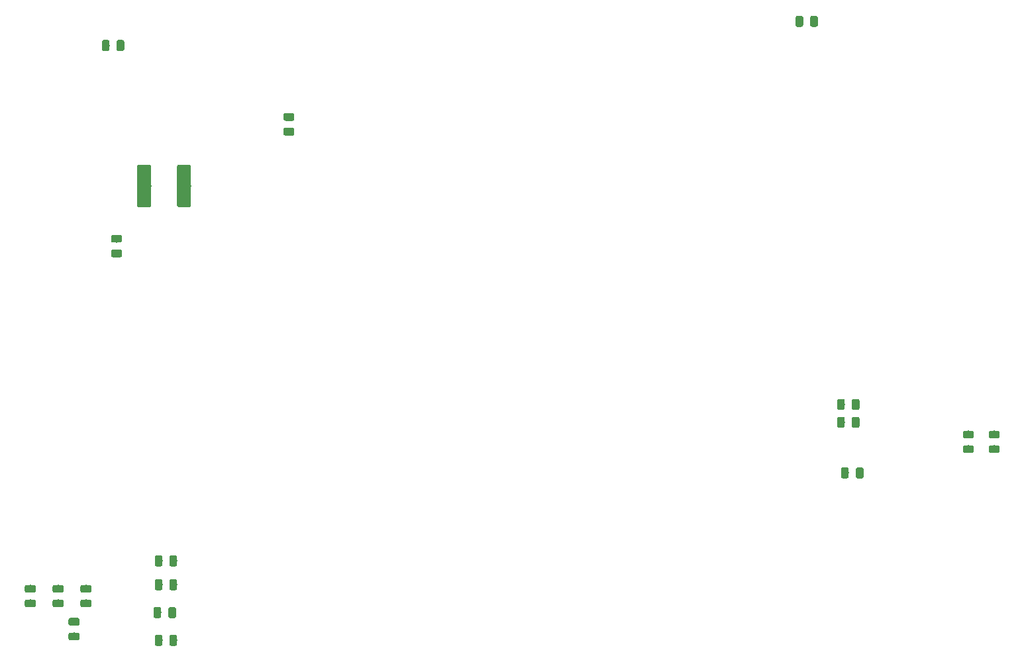
<source format=gbr>
G04 #@! TF.GenerationSoftware,KiCad,Pcbnew,(5.1.4)-1*
G04 #@! TF.CreationDate,2019-11-07T18:39:05-06:00*
G04 #@! TF.ProjectId,_autosave-_autosave-BPS-Nucleo,5f617574-6f73-4617-9665-2d5f6175746f,rev?*
G04 #@! TF.SameCoordinates,Original*
G04 #@! TF.FileFunction,Paste,Bot*
G04 #@! TF.FilePolarity,Positive*
%FSLAX46Y46*%
G04 Gerber Fmt 4.6, Leading zero omitted, Abs format (unit mm)*
G04 Created by KiCad (PCBNEW (5.1.4)-1) date 2019-11-07 18:39:05*
%MOMM*%
%LPD*%
G04 APERTURE LIST*
%ADD10C,0.100000*%
%ADD11C,0.975000*%
%ADD12C,1.800000*%
G04 APERTURE END LIST*
D10*
G36*
X201473742Y-118292554D02*
G01*
X201497403Y-118296064D01*
X201520607Y-118301876D01*
X201543129Y-118309934D01*
X201564753Y-118320162D01*
X201585270Y-118332459D01*
X201604483Y-118346709D01*
X201622207Y-118362773D01*
X201638271Y-118380497D01*
X201652521Y-118399710D01*
X201664818Y-118420227D01*
X201675046Y-118441851D01*
X201683104Y-118464373D01*
X201688916Y-118487577D01*
X201692426Y-118511238D01*
X201693600Y-118535130D01*
X201693600Y-119447630D01*
X201692426Y-119471522D01*
X201688916Y-119495183D01*
X201683104Y-119518387D01*
X201675046Y-119540909D01*
X201664818Y-119562533D01*
X201652521Y-119583050D01*
X201638271Y-119602263D01*
X201622207Y-119619987D01*
X201604483Y-119636051D01*
X201585270Y-119650301D01*
X201564753Y-119662598D01*
X201543129Y-119672826D01*
X201520607Y-119680884D01*
X201497403Y-119686696D01*
X201473742Y-119690206D01*
X201449850Y-119691380D01*
X200962350Y-119691380D01*
X200938458Y-119690206D01*
X200914797Y-119686696D01*
X200891593Y-119680884D01*
X200869071Y-119672826D01*
X200847447Y-119662598D01*
X200826930Y-119650301D01*
X200807717Y-119636051D01*
X200789993Y-119619987D01*
X200773929Y-119602263D01*
X200759679Y-119583050D01*
X200747382Y-119562533D01*
X200737154Y-119540909D01*
X200729096Y-119518387D01*
X200723284Y-119495183D01*
X200719774Y-119471522D01*
X200718600Y-119447630D01*
X200718600Y-118535130D01*
X200719774Y-118511238D01*
X200723284Y-118487577D01*
X200729096Y-118464373D01*
X200737154Y-118441851D01*
X200747382Y-118420227D01*
X200759679Y-118399710D01*
X200773929Y-118380497D01*
X200789993Y-118362773D01*
X200807717Y-118346709D01*
X200826930Y-118332459D01*
X200847447Y-118320162D01*
X200869071Y-118309934D01*
X200891593Y-118301876D01*
X200914797Y-118296064D01*
X200938458Y-118292554D01*
X200962350Y-118291380D01*
X201449850Y-118291380D01*
X201473742Y-118292554D01*
X201473742Y-118292554D01*
G37*
D11*
X201206100Y-118991380D03*
D10*
G36*
X203348742Y-118292554D02*
G01*
X203372403Y-118296064D01*
X203395607Y-118301876D01*
X203418129Y-118309934D01*
X203439753Y-118320162D01*
X203460270Y-118332459D01*
X203479483Y-118346709D01*
X203497207Y-118362773D01*
X203513271Y-118380497D01*
X203527521Y-118399710D01*
X203539818Y-118420227D01*
X203550046Y-118441851D01*
X203558104Y-118464373D01*
X203563916Y-118487577D01*
X203567426Y-118511238D01*
X203568600Y-118535130D01*
X203568600Y-119447630D01*
X203567426Y-119471522D01*
X203563916Y-119495183D01*
X203558104Y-119518387D01*
X203550046Y-119540909D01*
X203539818Y-119562533D01*
X203527521Y-119583050D01*
X203513271Y-119602263D01*
X203497207Y-119619987D01*
X203479483Y-119636051D01*
X203460270Y-119650301D01*
X203439753Y-119662598D01*
X203418129Y-119672826D01*
X203395607Y-119680884D01*
X203372403Y-119686696D01*
X203348742Y-119690206D01*
X203324850Y-119691380D01*
X202837350Y-119691380D01*
X202813458Y-119690206D01*
X202789797Y-119686696D01*
X202766593Y-119680884D01*
X202744071Y-119672826D01*
X202722447Y-119662598D01*
X202701930Y-119650301D01*
X202682717Y-119636051D01*
X202664993Y-119619987D01*
X202648929Y-119602263D01*
X202634679Y-119583050D01*
X202622382Y-119562533D01*
X202612154Y-119540909D01*
X202604096Y-119518387D01*
X202598284Y-119495183D01*
X202594774Y-119471522D01*
X202593600Y-119447630D01*
X202593600Y-118535130D01*
X202594774Y-118511238D01*
X202598284Y-118487577D01*
X202604096Y-118464373D01*
X202612154Y-118441851D01*
X202622382Y-118420227D01*
X202634679Y-118399710D01*
X202648929Y-118380497D01*
X202664993Y-118362773D01*
X202682717Y-118346709D01*
X202701930Y-118332459D01*
X202722447Y-118320162D01*
X202744071Y-118309934D01*
X202766593Y-118301876D01*
X202789797Y-118296064D01*
X202813458Y-118292554D01*
X202837350Y-118291380D01*
X203324850Y-118291380D01*
X203348742Y-118292554D01*
X203348742Y-118292554D01*
G37*
D11*
X203081100Y-118991380D03*
D10*
G36*
X200965742Y-111815554D02*
G01*
X200989403Y-111819064D01*
X201012607Y-111824876D01*
X201035129Y-111832934D01*
X201056753Y-111843162D01*
X201077270Y-111855459D01*
X201096483Y-111869709D01*
X201114207Y-111885773D01*
X201130271Y-111903497D01*
X201144521Y-111922710D01*
X201156818Y-111943227D01*
X201167046Y-111964851D01*
X201175104Y-111987373D01*
X201180916Y-112010577D01*
X201184426Y-112034238D01*
X201185600Y-112058130D01*
X201185600Y-112970630D01*
X201184426Y-112994522D01*
X201180916Y-113018183D01*
X201175104Y-113041387D01*
X201167046Y-113063909D01*
X201156818Y-113085533D01*
X201144521Y-113106050D01*
X201130271Y-113125263D01*
X201114207Y-113142987D01*
X201096483Y-113159051D01*
X201077270Y-113173301D01*
X201056753Y-113185598D01*
X201035129Y-113195826D01*
X201012607Y-113203884D01*
X200989403Y-113209696D01*
X200965742Y-113213206D01*
X200941850Y-113214380D01*
X200454350Y-113214380D01*
X200430458Y-113213206D01*
X200406797Y-113209696D01*
X200383593Y-113203884D01*
X200361071Y-113195826D01*
X200339447Y-113185598D01*
X200318930Y-113173301D01*
X200299717Y-113159051D01*
X200281993Y-113142987D01*
X200265929Y-113125263D01*
X200251679Y-113106050D01*
X200239382Y-113085533D01*
X200229154Y-113063909D01*
X200221096Y-113041387D01*
X200215284Y-113018183D01*
X200211774Y-112994522D01*
X200210600Y-112970630D01*
X200210600Y-112058130D01*
X200211774Y-112034238D01*
X200215284Y-112010577D01*
X200221096Y-111987373D01*
X200229154Y-111964851D01*
X200239382Y-111943227D01*
X200251679Y-111922710D01*
X200265929Y-111903497D01*
X200281993Y-111885773D01*
X200299717Y-111869709D01*
X200318930Y-111855459D01*
X200339447Y-111843162D01*
X200361071Y-111832934D01*
X200383593Y-111824876D01*
X200406797Y-111819064D01*
X200430458Y-111815554D01*
X200454350Y-111814380D01*
X200941850Y-111814380D01*
X200965742Y-111815554D01*
X200965742Y-111815554D01*
G37*
D11*
X200698100Y-112514380D03*
D10*
G36*
X202840742Y-111815554D02*
G01*
X202864403Y-111819064D01*
X202887607Y-111824876D01*
X202910129Y-111832934D01*
X202931753Y-111843162D01*
X202952270Y-111855459D01*
X202971483Y-111869709D01*
X202989207Y-111885773D01*
X203005271Y-111903497D01*
X203019521Y-111922710D01*
X203031818Y-111943227D01*
X203042046Y-111964851D01*
X203050104Y-111987373D01*
X203055916Y-112010577D01*
X203059426Y-112034238D01*
X203060600Y-112058130D01*
X203060600Y-112970630D01*
X203059426Y-112994522D01*
X203055916Y-113018183D01*
X203050104Y-113041387D01*
X203042046Y-113063909D01*
X203031818Y-113085533D01*
X203019521Y-113106050D01*
X203005271Y-113125263D01*
X202989207Y-113142987D01*
X202971483Y-113159051D01*
X202952270Y-113173301D01*
X202931753Y-113185598D01*
X202910129Y-113195826D01*
X202887607Y-113203884D01*
X202864403Y-113209696D01*
X202840742Y-113213206D01*
X202816850Y-113214380D01*
X202329350Y-113214380D01*
X202305458Y-113213206D01*
X202281797Y-113209696D01*
X202258593Y-113203884D01*
X202236071Y-113195826D01*
X202214447Y-113185598D01*
X202193930Y-113173301D01*
X202174717Y-113159051D01*
X202156993Y-113142987D01*
X202140929Y-113125263D01*
X202126679Y-113106050D01*
X202114382Y-113085533D01*
X202104154Y-113063909D01*
X202096096Y-113041387D01*
X202090284Y-113018183D01*
X202086774Y-112994522D01*
X202085600Y-112970630D01*
X202085600Y-112058130D01*
X202086774Y-112034238D01*
X202090284Y-112010577D01*
X202096096Y-111987373D01*
X202104154Y-111964851D01*
X202114382Y-111943227D01*
X202126679Y-111922710D01*
X202140929Y-111903497D01*
X202156993Y-111885773D01*
X202174717Y-111869709D01*
X202193930Y-111855459D01*
X202214447Y-111843162D01*
X202236071Y-111832934D01*
X202258593Y-111824876D01*
X202281797Y-111819064D01*
X202305458Y-111815554D01*
X202329350Y-111814380D01*
X202816850Y-111814380D01*
X202840742Y-111815554D01*
X202840742Y-111815554D01*
G37*
D11*
X202573100Y-112514380D03*
D10*
G36*
X200965742Y-109529554D02*
G01*
X200989403Y-109533064D01*
X201012607Y-109538876D01*
X201035129Y-109546934D01*
X201056753Y-109557162D01*
X201077270Y-109569459D01*
X201096483Y-109583709D01*
X201114207Y-109599773D01*
X201130271Y-109617497D01*
X201144521Y-109636710D01*
X201156818Y-109657227D01*
X201167046Y-109678851D01*
X201175104Y-109701373D01*
X201180916Y-109724577D01*
X201184426Y-109748238D01*
X201185600Y-109772130D01*
X201185600Y-110684630D01*
X201184426Y-110708522D01*
X201180916Y-110732183D01*
X201175104Y-110755387D01*
X201167046Y-110777909D01*
X201156818Y-110799533D01*
X201144521Y-110820050D01*
X201130271Y-110839263D01*
X201114207Y-110856987D01*
X201096483Y-110873051D01*
X201077270Y-110887301D01*
X201056753Y-110899598D01*
X201035129Y-110909826D01*
X201012607Y-110917884D01*
X200989403Y-110923696D01*
X200965742Y-110927206D01*
X200941850Y-110928380D01*
X200454350Y-110928380D01*
X200430458Y-110927206D01*
X200406797Y-110923696D01*
X200383593Y-110917884D01*
X200361071Y-110909826D01*
X200339447Y-110899598D01*
X200318930Y-110887301D01*
X200299717Y-110873051D01*
X200281993Y-110856987D01*
X200265929Y-110839263D01*
X200251679Y-110820050D01*
X200239382Y-110799533D01*
X200229154Y-110777909D01*
X200221096Y-110755387D01*
X200215284Y-110732183D01*
X200211774Y-110708522D01*
X200210600Y-110684630D01*
X200210600Y-109772130D01*
X200211774Y-109748238D01*
X200215284Y-109724577D01*
X200221096Y-109701373D01*
X200229154Y-109678851D01*
X200239382Y-109657227D01*
X200251679Y-109636710D01*
X200265929Y-109617497D01*
X200281993Y-109599773D01*
X200299717Y-109583709D01*
X200318930Y-109569459D01*
X200339447Y-109557162D01*
X200361071Y-109546934D01*
X200383593Y-109538876D01*
X200406797Y-109533064D01*
X200430458Y-109529554D01*
X200454350Y-109528380D01*
X200941850Y-109528380D01*
X200965742Y-109529554D01*
X200965742Y-109529554D01*
G37*
D11*
X200698100Y-110228380D03*
D10*
G36*
X202840742Y-109529554D02*
G01*
X202864403Y-109533064D01*
X202887607Y-109538876D01*
X202910129Y-109546934D01*
X202931753Y-109557162D01*
X202952270Y-109569459D01*
X202971483Y-109583709D01*
X202989207Y-109599773D01*
X203005271Y-109617497D01*
X203019521Y-109636710D01*
X203031818Y-109657227D01*
X203042046Y-109678851D01*
X203050104Y-109701373D01*
X203055916Y-109724577D01*
X203059426Y-109748238D01*
X203060600Y-109772130D01*
X203060600Y-110684630D01*
X203059426Y-110708522D01*
X203055916Y-110732183D01*
X203050104Y-110755387D01*
X203042046Y-110777909D01*
X203031818Y-110799533D01*
X203019521Y-110820050D01*
X203005271Y-110839263D01*
X202989207Y-110856987D01*
X202971483Y-110873051D01*
X202952270Y-110887301D01*
X202931753Y-110899598D01*
X202910129Y-110909826D01*
X202887607Y-110917884D01*
X202864403Y-110923696D01*
X202840742Y-110927206D01*
X202816850Y-110928380D01*
X202329350Y-110928380D01*
X202305458Y-110927206D01*
X202281797Y-110923696D01*
X202258593Y-110917884D01*
X202236071Y-110909826D01*
X202214447Y-110899598D01*
X202193930Y-110887301D01*
X202174717Y-110873051D01*
X202156993Y-110856987D01*
X202140929Y-110839263D01*
X202126679Y-110820050D01*
X202114382Y-110799533D01*
X202104154Y-110777909D01*
X202096096Y-110755387D01*
X202090284Y-110732183D01*
X202086774Y-110708522D01*
X202085600Y-110684630D01*
X202085600Y-109772130D01*
X202086774Y-109748238D01*
X202090284Y-109724577D01*
X202096096Y-109701373D01*
X202104154Y-109678851D01*
X202114382Y-109657227D01*
X202126679Y-109636710D01*
X202140929Y-109617497D01*
X202156993Y-109599773D01*
X202174717Y-109583709D01*
X202193930Y-109569459D01*
X202214447Y-109557162D01*
X202236071Y-109546934D01*
X202258593Y-109538876D01*
X202281797Y-109533064D01*
X202305458Y-109529554D01*
X202329350Y-109528380D01*
X202816850Y-109528380D01*
X202840742Y-109529554D01*
X202840742Y-109529554D01*
G37*
D11*
X202573100Y-110228380D03*
D10*
G36*
X106982722Y-63619054D02*
G01*
X107006383Y-63622564D01*
X107029587Y-63628376D01*
X107052109Y-63636434D01*
X107073733Y-63646662D01*
X107094250Y-63658959D01*
X107113463Y-63673209D01*
X107131187Y-63689273D01*
X107147251Y-63706997D01*
X107161501Y-63726210D01*
X107173798Y-63746727D01*
X107184026Y-63768351D01*
X107192084Y-63790873D01*
X107197896Y-63814077D01*
X107201406Y-63837738D01*
X107202580Y-63861630D01*
X107202580Y-64774130D01*
X107201406Y-64798022D01*
X107197896Y-64821683D01*
X107192084Y-64844887D01*
X107184026Y-64867409D01*
X107173798Y-64889033D01*
X107161501Y-64909550D01*
X107147251Y-64928763D01*
X107131187Y-64946487D01*
X107113463Y-64962551D01*
X107094250Y-64976801D01*
X107073733Y-64989098D01*
X107052109Y-64999326D01*
X107029587Y-65007384D01*
X107006383Y-65013196D01*
X106982722Y-65016706D01*
X106958830Y-65017880D01*
X106471330Y-65017880D01*
X106447438Y-65016706D01*
X106423777Y-65013196D01*
X106400573Y-65007384D01*
X106378051Y-64999326D01*
X106356427Y-64989098D01*
X106335910Y-64976801D01*
X106316697Y-64962551D01*
X106298973Y-64946487D01*
X106282909Y-64928763D01*
X106268659Y-64909550D01*
X106256362Y-64889033D01*
X106246134Y-64867409D01*
X106238076Y-64844887D01*
X106232264Y-64821683D01*
X106228754Y-64798022D01*
X106227580Y-64774130D01*
X106227580Y-63861630D01*
X106228754Y-63837738D01*
X106232264Y-63814077D01*
X106238076Y-63790873D01*
X106246134Y-63768351D01*
X106256362Y-63746727D01*
X106268659Y-63726210D01*
X106282909Y-63706997D01*
X106298973Y-63689273D01*
X106316697Y-63673209D01*
X106335910Y-63658959D01*
X106356427Y-63646662D01*
X106378051Y-63636434D01*
X106400573Y-63628376D01*
X106423777Y-63622564D01*
X106447438Y-63619054D01*
X106471330Y-63617880D01*
X106958830Y-63617880D01*
X106982722Y-63619054D01*
X106982722Y-63619054D01*
G37*
D11*
X106715080Y-64317880D03*
D10*
G36*
X108857722Y-63619054D02*
G01*
X108881383Y-63622564D01*
X108904587Y-63628376D01*
X108927109Y-63636434D01*
X108948733Y-63646662D01*
X108969250Y-63658959D01*
X108988463Y-63673209D01*
X109006187Y-63689273D01*
X109022251Y-63706997D01*
X109036501Y-63726210D01*
X109048798Y-63746727D01*
X109059026Y-63768351D01*
X109067084Y-63790873D01*
X109072896Y-63814077D01*
X109076406Y-63837738D01*
X109077580Y-63861630D01*
X109077580Y-64774130D01*
X109076406Y-64798022D01*
X109072896Y-64821683D01*
X109067084Y-64844887D01*
X109059026Y-64867409D01*
X109048798Y-64889033D01*
X109036501Y-64909550D01*
X109022251Y-64928763D01*
X109006187Y-64946487D01*
X108988463Y-64962551D01*
X108969250Y-64976801D01*
X108948733Y-64989098D01*
X108927109Y-64999326D01*
X108904587Y-65007384D01*
X108881383Y-65013196D01*
X108857722Y-65016706D01*
X108833830Y-65017880D01*
X108346330Y-65017880D01*
X108322438Y-65016706D01*
X108298777Y-65013196D01*
X108275573Y-65007384D01*
X108253051Y-64999326D01*
X108231427Y-64989098D01*
X108210910Y-64976801D01*
X108191697Y-64962551D01*
X108173973Y-64946487D01*
X108157909Y-64928763D01*
X108143659Y-64909550D01*
X108131362Y-64889033D01*
X108121134Y-64867409D01*
X108113076Y-64844887D01*
X108107264Y-64821683D01*
X108103754Y-64798022D01*
X108102580Y-64774130D01*
X108102580Y-63861630D01*
X108103754Y-63837738D01*
X108107264Y-63814077D01*
X108113076Y-63790873D01*
X108121134Y-63768351D01*
X108131362Y-63746727D01*
X108143659Y-63726210D01*
X108157909Y-63706997D01*
X108173973Y-63689273D01*
X108191697Y-63673209D01*
X108210910Y-63658959D01*
X108231427Y-63646662D01*
X108253051Y-63636434D01*
X108275573Y-63628376D01*
X108298777Y-63622564D01*
X108322438Y-63619054D01*
X108346330Y-63617880D01*
X108833830Y-63617880D01*
X108857722Y-63619054D01*
X108857722Y-63619054D01*
G37*
D11*
X108590080Y-64317880D03*
D10*
G36*
X130609422Y-74865794D02*
G01*
X130633083Y-74869304D01*
X130656287Y-74875116D01*
X130678809Y-74883174D01*
X130700433Y-74893402D01*
X130720950Y-74905699D01*
X130740163Y-74919949D01*
X130757887Y-74936013D01*
X130773951Y-74953737D01*
X130788201Y-74972950D01*
X130800498Y-74993467D01*
X130810726Y-75015091D01*
X130818784Y-75037613D01*
X130824596Y-75060817D01*
X130828106Y-75084478D01*
X130829280Y-75108370D01*
X130829280Y-75595870D01*
X130828106Y-75619762D01*
X130824596Y-75643423D01*
X130818784Y-75666627D01*
X130810726Y-75689149D01*
X130800498Y-75710773D01*
X130788201Y-75731290D01*
X130773951Y-75750503D01*
X130757887Y-75768227D01*
X130740163Y-75784291D01*
X130720950Y-75798541D01*
X130700433Y-75810838D01*
X130678809Y-75821066D01*
X130656287Y-75829124D01*
X130633083Y-75834936D01*
X130609422Y-75838446D01*
X130585530Y-75839620D01*
X129673030Y-75839620D01*
X129649138Y-75838446D01*
X129625477Y-75834936D01*
X129602273Y-75829124D01*
X129579751Y-75821066D01*
X129558127Y-75810838D01*
X129537610Y-75798541D01*
X129518397Y-75784291D01*
X129500673Y-75768227D01*
X129484609Y-75750503D01*
X129470359Y-75731290D01*
X129458062Y-75710773D01*
X129447834Y-75689149D01*
X129439776Y-75666627D01*
X129433964Y-75643423D01*
X129430454Y-75619762D01*
X129429280Y-75595870D01*
X129429280Y-75108370D01*
X129430454Y-75084478D01*
X129433964Y-75060817D01*
X129439776Y-75037613D01*
X129447834Y-75015091D01*
X129458062Y-74993467D01*
X129470359Y-74972950D01*
X129484609Y-74953737D01*
X129500673Y-74936013D01*
X129518397Y-74919949D01*
X129537610Y-74905699D01*
X129558127Y-74893402D01*
X129579751Y-74883174D01*
X129602273Y-74875116D01*
X129625477Y-74869304D01*
X129649138Y-74865794D01*
X129673030Y-74864620D01*
X130585530Y-74864620D01*
X130609422Y-74865794D01*
X130609422Y-74865794D01*
G37*
D11*
X130129280Y-75352120D03*
D10*
G36*
X130609422Y-72990794D02*
G01*
X130633083Y-72994304D01*
X130656287Y-73000116D01*
X130678809Y-73008174D01*
X130700433Y-73018402D01*
X130720950Y-73030699D01*
X130740163Y-73044949D01*
X130757887Y-73061013D01*
X130773951Y-73078737D01*
X130788201Y-73097950D01*
X130800498Y-73118467D01*
X130810726Y-73140091D01*
X130818784Y-73162613D01*
X130824596Y-73185817D01*
X130828106Y-73209478D01*
X130829280Y-73233370D01*
X130829280Y-73720870D01*
X130828106Y-73744762D01*
X130824596Y-73768423D01*
X130818784Y-73791627D01*
X130810726Y-73814149D01*
X130800498Y-73835773D01*
X130788201Y-73856290D01*
X130773951Y-73875503D01*
X130757887Y-73893227D01*
X130740163Y-73909291D01*
X130720950Y-73923541D01*
X130700433Y-73935838D01*
X130678809Y-73946066D01*
X130656287Y-73954124D01*
X130633083Y-73959936D01*
X130609422Y-73963446D01*
X130585530Y-73964620D01*
X129673030Y-73964620D01*
X129649138Y-73963446D01*
X129625477Y-73959936D01*
X129602273Y-73954124D01*
X129579751Y-73946066D01*
X129558127Y-73935838D01*
X129537610Y-73923541D01*
X129518397Y-73909291D01*
X129500673Y-73893227D01*
X129484609Y-73875503D01*
X129470359Y-73856290D01*
X129458062Y-73835773D01*
X129447834Y-73814149D01*
X129439776Y-73791627D01*
X129433964Y-73768423D01*
X129430454Y-73744762D01*
X129429280Y-73720870D01*
X129429280Y-73233370D01*
X129430454Y-73209478D01*
X129433964Y-73185817D01*
X129439776Y-73162613D01*
X129447834Y-73140091D01*
X129458062Y-73118467D01*
X129470359Y-73097950D01*
X129484609Y-73078737D01*
X129500673Y-73061013D01*
X129518397Y-73044949D01*
X129537610Y-73030699D01*
X129558127Y-73018402D01*
X129579751Y-73008174D01*
X129602273Y-73000116D01*
X129625477Y-72994304D01*
X129649138Y-72990794D01*
X129673030Y-72989620D01*
X130585530Y-72989620D01*
X130609422Y-72990794D01*
X130609422Y-72990794D01*
G37*
D11*
X130129280Y-73477120D03*
D10*
G36*
X103136782Y-139416874D02*
G01*
X103160443Y-139420384D01*
X103183647Y-139426196D01*
X103206169Y-139434254D01*
X103227793Y-139444482D01*
X103248310Y-139456779D01*
X103267523Y-139471029D01*
X103285247Y-139487093D01*
X103301311Y-139504817D01*
X103315561Y-139524030D01*
X103327858Y-139544547D01*
X103338086Y-139566171D01*
X103346144Y-139588693D01*
X103351956Y-139611897D01*
X103355466Y-139635558D01*
X103356640Y-139659450D01*
X103356640Y-140146950D01*
X103355466Y-140170842D01*
X103351956Y-140194503D01*
X103346144Y-140217707D01*
X103338086Y-140240229D01*
X103327858Y-140261853D01*
X103315561Y-140282370D01*
X103301311Y-140301583D01*
X103285247Y-140319307D01*
X103267523Y-140335371D01*
X103248310Y-140349621D01*
X103227793Y-140361918D01*
X103206169Y-140372146D01*
X103183647Y-140380204D01*
X103160443Y-140386016D01*
X103136782Y-140389526D01*
X103112890Y-140390700D01*
X102200390Y-140390700D01*
X102176498Y-140389526D01*
X102152837Y-140386016D01*
X102129633Y-140380204D01*
X102107111Y-140372146D01*
X102085487Y-140361918D01*
X102064970Y-140349621D01*
X102045757Y-140335371D01*
X102028033Y-140319307D01*
X102011969Y-140301583D01*
X101997719Y-140282370D01*
X101985422Y-140261853D01*
X101975194Y-140240229D01*
X101967136Y-140217707D01*
X101961324Y-140194503D01*
X101957814Y-140170842D01*
X101956640Y-140146950D01*
X101956640Y-139659450D01*
X101957814Y-139635558D01*
X101961324Y-139611897D01*
X101967136Y-139588693D01*
X101975194Y-139566171D01*
X101985422Y-139544547D01*
X101997719Y-139524030D01*
X102011969Y-139504817D01*
X102028033Y-139487093D01*
X102045757Y-139471029D01*
X102064970Y-139456779D01*
X102085487Y-139444482D01*
X102107111Y-139434254D01*
X102129633Y-139426196D01*
X102152837Y-139420384D01*
X102176498Y-139416874D01*
X102200390Y-139415700D01*
X103112890Y-139415700D01*
X103136782Y-139416874D01*
X103136782Y-139416874D01*
G37*
D11*
X102656640Y-139903200D03*
D10*
G36*
X103136782Y-137541874D02*
G01*
X103160443Y-137545384D01*
X103183647Y-137551196D01*
X103206169Y-137559254D01*
X103227793Y-137569482D01*
X103248310Y-137581779D01*
X103267523Y-137596029D01*
X103285247Y-137612093D01*
X103301311Y-137629817D01*
X103315561Y-137649030D01*
X103327858Y-137669547D01*
X103338086Y-137691171D01*
X103346144Y-137713693D01*
X103351956Y-137736897D01*
X103355466Y-137760558D01*
X103356640Y-137784450D01*
X103356640Y-138271950D01*
X103355466Y-138295842D01*
X103351956Y-138319503D01*
X103346144Y-138342707D01*
X103338086Y-138365229D01*
X103327858Y-138386853D01*
X103315561Y-138407370D01*
X103301311Y-138426583D01*
X103285247Y-138444307D01*
X103267523Y-138460371D01*
X103248310Y-138474621D01*
X103227793Y-138486918D01*
X103206169Y-138497146D01*
X103183647Y-138505204D01*
X103160443Y-138511016D01*
X103136782Y-138514526D01*
X103112890Y-138515700D01*
X102200390Y-138515700D01*
X102176498Y-138514526D01*
X102152837Y-138511016D01*
X102129633Y-138505204D01*
X102107111Y-138497146D01*
X102085487Y-138486918D01*
X102064970Y-138474621D01*
X102045757Y-138460371D01*
X102028033Y-138444307D01*
X102011969Y-138426583D01*
X101997719Y-138407370D01*
X101985422Y-138386853D01*
X101975194Y-138365229D01*
X101967136Y-138342707D01*
X101961324Y-138319503D01*
X101957814Y-138295842D01*
X101956640Y-138271950D01*
X101956640Y-137784450D01*
X101957814Y-137760558D01*
X101961324Y-137736897D01*
X101967136Y-137713693D01*
X101975194Y-137691171D01*
X101985422Y-137669547D01*
X101997719Y-137649030D01*
X102011969Y-137629817D01*
X102028033Y-137612093D01*
X102045757Y-137596029D01*
X102064970Y-137581779D01*
X102085487Y-137569482D01*
X102107111Y-137559254D01*
X102129633Y-137551196D01*
X102152837Y-137545384D01*
X102176498Y-137541874D01*
X102200390Y-137540700D01*
X103112890Y-137540700D01*
X103136782Y-137541874D01*
X103136782Y-137541874D01*
G37*
D11*
X102656640Y-138028200D03*
D10*
G36*
X197518962Y-60545654D02*
G01*
X197542623Y-60549164D01*
X197565827Y-60554976D01*
X197588349Y-60563034D01*
X197609973Y-60573262D01*
X197630490Y-60585559D01*
X197649703Y-60599809D01*
X197667427Y-60615873D01*
X197683491Y-60633597D01*
X197697741Y-60652810D01*
X197710038Y-60673327D01*
X197720266Y-60694951D01*
X197728324Y-60717473D01*
X197734136Y-60740677D01*
X197737646Y-60764338D01*
X197738820Y-60788230D01*
X197738820Y-61700730D01*
X197737646Y-61724622D01*
X197734136Y-61748283D01*
X197728324Y-61771487D01*
X197720266Y-61794009D01*
X197710038Y-61815633D01*
X197697741Y-61836150D01*
X197683491Y-61855363D01*
X197667427Y-61873087D01*
X197649703Y-61889151D01*
X197630490Y-61903401D01*
X197609973Y-61915698D01*
X197588349Y-61925926D01*
X197565827Y-61933984D01*
X197542623Y-61939796D01*
X197518962Y-61943306D01*
X197495070Y-61944480D01*
X197007570Y-61944480D01*
X196983678Y-61943306D01*
X196960017Y-61939796D01*
X196936813Y-61933984D01*
X196914291Y-61925926D01*
X196892667Y-61915698D01*
X196872150Y-61903401D01*
X196852937Y-61889151D01*
X196835213Y-61873087D01*
X196819149Y-61855363D01*
X196804899Y-61836150D01*
X196792602Y-61815633D01*
X196782374Y-61794009D01*
X196774316Y-61771487D01*
X196768504Y-61748283D01*
X196764994Y-61724622D01*
X196763820Y-61700730D01*
X196763820Y-60788230D01*
X196764994Y-60764338D01*
X196768504Y-60740677D01*
X196774316Y-60717473D01*
X196782374Y-60694951D01*
X196792602Y-60673327D01*
X196804899Y-60652810D01*
X196819149Y-60633597D01*
X196835213Y-60615873D01*
X196852937Y-60599809D01*
X196872150Y-60585559D01*
X196892667Y-60573262D01*
X196914291Y-60563034D01*
X196936813Y-60554976D01*
X196960017Y-60549164D01*
X196983678Y-60545654D01*
X197007570Y-60544480D01*
X197495070Y-60544480D01*
X197518962Y-60545654D01*
X197518962Y-60545654D01*
G37*
D11*
X197251320Y-61244480D03*
D10*
G36*
X195643962Y-60545654D02*
G01*
X195667623Y-60549164D01*
X195690827Y-60554976D01*
X195713349Y-60563034D01*
X195734973Y-60573262D01*
X195755490Y-60585559D01*
X195774703Y-60599809D01*
X195792427Y-60615873D01*
X195808491Y-60633597D01*
X195822741Y-60652810D01*
X195835038Y-60673327D01*
X195845266Y-60694951D01*
X195853324Y-60717473D01*
X195859136Y-60740677D01*
X195862646Y-60764338D01*
X195863820Y-60788230D01*
X195863820Y-61700730D01*
X195862646Y-61724622D01*
X195859136Y-61748283D01*
X195853324Y-61771487D01*
X195845266Y-61794009D01*
X195835038Y-61815633D01*
X195822741Y-61836150D01*
X195808491Y-61855363D01*
X195792427Y-61873087D01*
X195774703Y-61889151D01*
X195755490Y-61903401D01*
X195734973Y-61915698D01*
X195713349Y-61925926D01*
X195690827Y-61933984D01*
X195667623Y-61939796D01*
X195643962Y-61943306D01*
X195620070Y-61944480D01*
X195132570Y-61944480D01*
X195108678Y-61943306D01*
X195085017Y-61939796D01*
X195061813Y-61933984D01*
X195039291Y-61925926D01*
X195017667Y-61915698D01*
X194997150Y-61903401D01*
X194977937Y-61889151D01*
X194960213Y-61873087D01*
X194944149Y-61855363D01*
X194929899Y-61836150D01*
X194917602Y-61815633D01*
X194907374Y-61794009D01*
X194899316Y-61771487D01*
X194893504Y-61748283D01*
X194889994Y-61724622D01*
X194888820Y-61700730D01*
X194888820Y-60788230D01*
X194889994Y-60764338D01*
X194893504Y-60740677D01*
X194899316Y-60717473D01*
X194907374Y-60694951D01*
X194917602Y-60673327D01*
X194929899Y-60652810D01*
X194944149Y-60633597D01*
X194960213Y-60615873D01*
X194977937Y-60599809D01*
X194997150Y-60585559D01*
X195017667Y-60573262D01*
X195039291Y-60563034D01*
X195061813Y-60554976D01*
X195085017Y-60549164D01*
X195108678Y-60545654D01*
X195132570Y-60544480D01*
X195620070Y-60544480D01*
X195643962Y-60545654D01*
X195643962Y-60545654D01*
G37*
D11*
X195376320Y-61244480D03*
D10*
G36*
X117392584Y-79592124D02*
G01*
X117416853Y-79595724D01*
X117440651Y-79601685D01*
X117463751Y-79609950D01*
X117485929Y-79620440D01*
X117506973Y-79633053D01*
X117526678Y-79647667D01*
X117544857Y-79664143D01*
X117561333Y-79682322D01*
X117575947Y-79702027D01*
X117588560Y-79723071D01*
X117599050Y-79745249D01*
X117607315Y-79768349D01*
X117613276Y-79792147D01*
X117616876Y-79816416D01*
X117618080Y-79840920D01*
X117618080Y-84740920D01*
X117616876Y-84765424D01*
X117613276Y-84789693D01*
X117607315Y-84813491D01*
X117599050Y-84836591D01*
X117588560Y-84858769D01*
X117575947Y-84879813D01*
X117561333Y-84899518D01*
X117544857Y-84917697D01*
X117526678Y-84934173D01*
X117506973Y-84948787D01*
X117485929Y-84961400D01*
X117463751Y-84971890D01*
X117440651Y-84980155D01*
X117416853Y-84986116D01*
X117392584Y-84989716D01*
X117368080Y-84990920D01*
X116068080Y-84990920D01*
X116043576Y-84989716D01*
X116019307Y-84986116D01*
X115995509Y-84980155D01*
X115972409Y-84971890D01*
X115950231Y-84961400D01*
X115929187Y-84948787D01*
X115909482Y-84934173D01*
X115891303Y-84917697D01*
X115874827Y-84899518D01*
X115860213Y-84879813D01*
X115847600Y-84858769D01*
X115837110Y-84836591D01*
X115828845Y-84813491D01*
X115822884Y-84789693D01*
X115819284Y-84765424D01*
X115818080Y-84740920D01*
X115818080Y-79840920D01*
X115819284Y-79816416D01*
X115822884Y-79792147D01*
X115828845Y-79768349D01*
X115837110Y-79745249D01*
X115847600Y-79723071D01*
X115860213Y-79702027D01*
X115874827Y-79682322D01*
X115891303Y-79664143D01*
X115909482Y-79647667D01*
X115929187Y-79633053D01*
X115950231Y-79620440D01*
X115972409Y-79609950D01*
X115995509Y-79601685D01*
X116019307Y-79595724D01*
X116043576Y-79592124D01*
X116068080Y-79590920D01*
X117368080Y-79590920D01*
X117392584Y-79592124D01*
X117392584Y-79592124D01*
G37*
D12*
X116718080Y-82290920D03*
D10*
G36*
X112292584Y-79592124D02*
G01*
X112316853Y-79595724D01*
X112340651Y-79601685D01*
X112363751Y-79609950D01*
X112385929Y-79620440D01*
X112406973Y-79633053D01*
X112426678Y-79647667D01*
X112444857Y-79664143D01*
X112461333Y-79682322D01*
X112475947Y-79702027D01*
X112488560Y-79723071D01*
X112499050Y-79745249D01*
X112507315Y-79768349D01*
X112513276Y-79792147D01*
X112516876Y-79816416D01*
X112518080Y-79840920D01*
X112518080Y-84740920D01*
X112516876Y-84765424D01*
X112513276Y-84789693D01*
X112507315Y-84813491D01*
X112499050Y-84836591D01*
X112488560Y-84858769D01*
X112475947Y-84879813D01*
X112461333Y-84899518D01*
X112444857Y-84917697D01*
X112426678Y-84934173D01*
X112406973Y-84948787D01*
X112385929Y-84961400D01*
X112363751Y-84971890D01*
X112340651Y-84980155D01*
X112316853Y-84986116D01*
X112292584Y-84989716D01*
X112268080Y-84990920D01*
X110968080Y-84990920D01*
X110943576Y-84989716D01*
X110919307Y-84986116D01*
X110895509Y-84980155D01*
X110872409Y-84971890D01*
X110850231Y-84961400D01*
X110829187Y-84948787D01*
X110809482Y-84934173D01*
X110791303Y-84917697D01*
X110774827Y-84899518D01*
X110760213Y-84879813D01*
X110747600Y-84858769D01*
X110737110Y-84836591D01*
X110728845Y-84813491D01*
X110722884Y-84789693D01*
X110719284Y-84765424D01*
X110718080Y-84740920D01*
X110718080Y-79840920D01*
X110719284Y-79816416D01*
X110722884Y-79792147D01*
X110728845Y-79768349D01*
X110737110Y-79745249D01*
X110747600Y-79723071D01*
X110760213Y-79702027D01*
X110774827Y-79682322D01*
X110791303Y-79664143D01*
X110809482Y-79647667D01*
X110829187Y-79633053D01*
X110850231Y-79620440D01*
X110872409Y-79609950D01*
X110895509Y-79601685D01*
X110919307Y-79595724D01*
X110943576Y-79592124D01*
X110968080Y-79590920D01*
X112268080Y-79590920D01*
X112292584Y-79592124D01*
X112292584Y-79592124D01*
G37*
D12*
X111618080Y-82290920D03*
D10*
G36*
X108562222Y-88565594D02*
G01*
X108585883Y-88569104D01*
X108609087Y-88574916D01*
X108631609Y-88582974D01*
X108653233Y-88593202D01*
X108673750Y-88605499D01*
X108692963Y-88619749D01*
X108710687Y-88635813D01*
X108726751Y-88653537D01*
X108741001Y-88672750D01*
X108753298Y-88693267D01*
X108763526Y-88714891D01*
X108771584Y-88737413D01*
X108777396Y-88760617D01*
X108780906Y-88784278D01*
X108782080Y-88808170D01*
X108782080Y-89295670D01*
X108780906Y-89319562D01*
X108777396Y-89343223D01*
X108771584Y-89366427D01*
X108763526Y-89388949D01*
X108753298Y-89410573D01*
X108741001Y-89431090D01*
X108726751Y-89450303D01*
X108710687Y-89468027D01*
X108692963Y-89484091D01*
X108673750Y-89498341D01*
X108653233Y-89510638D01*
X108631609Y-89520866D01*
X108609087Y-89528924D01*
X108585883Y-89534736D01*
X108562222Y-89538246D01*
X108538330Y-89539420D01*
X107625830Y-89539420D01*
X107601938Y-89538246D01*
X107578277Y-89534736D01*
X107555073Y-89528924D01*
X107532551Y-89520866D01*
X107510927Y-89510638D01*
X107490410Y-89498341D01*
X107471197Y-89484091D01*
X107453473Y-89468027D01*
X107437409Y-89450303D01*
X107423159Y-89431090D01*
X107410862Y-89410573D01*
X107400634Y-89388949D01*
X107392576Y-89366427D01*
X107386764Y-89343223D01*
X107383254Y-89319562D01*
X107382080Y-89295670D01*
X107382080Y-88808170D01*
X107383254Y-88784278D01*
X107386764Y-88760617D01*
X107392576Y-88737413D01*
X107400634Y-88714891D01*
X107410862Y-88693267D01*
X107423159Y-88672750D01*
X107437409Y-88653537D01*
X107453473Y-88635813D01*
X107471197Y-88619749D01*
X107490410Y-88605499D01*
X107510927Y-88593202D01*
X107532551Y-88582974D01*
X107555073Y-88574916D01*
X107578277Y-88569104D01*
X107601938Y-88565594D01*
X107625830Y-88564420D01*
X108538330Y-88564420D01*
X108562222Y-88565594D01*
X108562222Y-88565594D01*
G37*
D11*
X108082080Y-89051920D03*
D10*
G36*
X108562222Y-90440594D02*
G01*
X108585883Y-90444104D01*
X108609087Y-90449916D01*
X108631609Y-90457974D01*
X108653233Y-90468202D01*
X108673750Y-90480499D01*
X108692963Y-90494749D01*
X108710687Y-90510813D01*
X108726751Y-90528537D01*
X108741001Y-90547750D01*
X108753298Y-90568267D01*
X108763526Y-90589891D01*
X108771584Y-90612413D01*
X108777396Y-90635617D01*
X108780906Y-90659278D01*
X108782080Y-90683170D01*
X108782080Y-91170670D01*
X108780906Y-91194562D01*
X108777396Y-91218223D01*
X108771584Y-91241427D01*
X108763526Y-91263949D01*
X108753298Y-91285573D01*
X108741001Y-91306090D01*
X108726751Y-91325303D01*
X108710687Y-91343027D01*
X108692963Y-91359091D01*
X108673750Y-91373341D01*
X108653233Y-91385638D01*
X108631609Y-91395866D01*
X108609087Y-91403924D01*
X108585883Y-91409736D01*
X108562222Y-91413246D01*
X108538330Y-91414420D01*
X107625830Y-91414420D01*
X107601938Y-91413246D01*
X107578277Y-91409736D01*
X107555073Y-91403924D01*
X107532551Y-91395866D01*
X107510927Y-91385638D01*
X107490410Y-91373341D01*
X107471197Y-91359091D01*
X107453473Y-91343027D01*
X107437409Y-91325303D01*
X107423159Y-91306090D01*
X107410862Y-91285573D01*
X107400634Y-91263949D01*
X107392576Y-91241427D01*
X107386764Y-91218223D01*
X107383254Y-91194562D01*
X107382080Y-91170670D01*
X107382080Y-90683170D01*
X107383254Y-90659278D01*
X107386764Y-90635617D01*
X107392576Y-90612413D01*
X107400634Y-90589891D01*
X107410862Y-90568267D01*
X107423159Y-90547750D01*
X107437409Y-90528537D01*
X107453473Y-90510813D01*
X107471197Y-90494749D01*
X107490410Y-90480499D01*
X107510927Y-90468202D01*
X107532551Y-90457974D01*
X107555073Y-90449916D01*
X107578277Y-90444104D01*
X107601938Y-90440594D01*
X107625830Y-90439420D01*
X108538330Y-90439420D01*
X108562222Y-90440594D01*
X108562222Y-90440594D01*
G37*
D11*
X108082080Y-90926920D03*
D10*
G36*
X97548782Y-135195874D02*
G01*
X97572443Y-135199384D01*
X97595647Y-135205196D01*
X97618169Y-135213254D01*
X97639793Y-135223482D01*
X97660310Y-135235779D01*
X97679523Y-135250029D01*
X97697247Y-135266093D01*
X97713311Y-135283817D01*
X97727561Y-135303030D01*
X97739858Y-135323547D01*
X97750086Y-135345171D01*
X97758144Y-135367693D01*
X97763956Y-135390897D01*
X97767466Y-135414558D01*
X97768640Y-135438450D01*
X97768640Y-135925950D01*
X97767466Y-135949842D01*
X97763956Y-135973503D01*
X97758144Y-135996707D01*
X97750086Y-136019229D01*
X97739858Y-136040853D01*
X97727561Y-136061370D01*
X97713311Y-136080583D01*
X97697247Y-136098307D01*
X97679523Y-136114371D01*
X97660310Y-136128621D01*
X97639793Y-136140918D01*
X97618169Y-136151146D01*
X97595647Y-136159204D01*
X97572443Y-136165016D01*
X97548782Y-136168526D01*
X97524890Y-136169700D01*
X96612390Y-136169700D01*
X96588498Y-136168526D01*
X96564837Y-136165016D01*
X96541633Y-136159204D01*
X96519111Y-136151146D01*
X96497487Y-136140918D01*
X96476970Y-136128621D01*
X96457757Y-136114371D01*
X96440033Y-136098307D01*
X96423969Y-136080583D01*
X96409719Y-136061370D01*
X96397422Y-136040853D01*
X96387194Y-136019229D01*
X96379136Y-135996707D01*
X96373324Y-135973503D01*
X96369814Y-135949842D01*
X96368640Y-135925950D01*
X96368640Y-135438450D01*
X96369814Y-135414558D01*
X96373324Y-135390897D01*
X96379136Y-135367693D01*
X96387194Y-135345171D01*
X96397422Y-135323547D01*
X96409719Y-135303030D01*
X96423969Y-135283817D01*
X96440033Y-135266093D01*
X96457757Y-135250029D01*
X96476970Y-135235779D01*
X96497487Y-135223482D01*
X96519111Y-135213254D01*
X96541633Y-135205196D01*
X96564837Y-135199384D01*
X96588498Y-135195874D01*
X96612390Y-135194700D01*
X97524890Y-135194700D01*
X97548782Y-135195874D01*
X97548782Y-135195874D01*
G37*
D11*
X97068640Y-135682200D03*
D10*
G36*
X97548782Y-133320874D02*
G01*
X97572443Y-133324384D01*
X97595647Y-133330196D01*
X97618169Y-133338254D01*
X97639793Y-133348482D01*
X97660310Y-133360779D01*
X97679523Y-133375029D01*
X97697247Y-133391093D01*
X97713311Y-133408817D01*
X97727561Y-133428030D01*
X97739858Y-133448547D01*
X97750086Y-133470171D01*
X97758144Y-133492693D01*
X97763956Y-133515897D01*
X97767466Y-133539558D01*
X97768640Y-133563450D01*
X97768640Y-134050950D01*
X97767466Y-134074842D01*
X97763956Y-134098503D01*
X97758144Y-134121707D01*
X97750086Y-134144229D01*
X97739858Y-134165853D01*
X97727561Y-134186370D01*
X97713311Y-134205583D01*
X97697247Y-134223307D01*
X97679523Y-134239371D01*
X97660310Y-134253621D01*
X97639793Y-134265918D01*
X97618169Y-134276146D01*
X97595647Y-134284204D01*
X97572443Y-134290016D01*
X97548782Y-134293526D01*
X97524890Y-134294700D01*
X96612390Y-134294700D01*
X96588498Y-134293526D01*
X96564837Y-134290016D01*
X96541633Y-134284204D01*
X96519111Y-134276146D01*
X96497487Y-134265918D01*
X96476970Y-134253621D01*
X96457757Y-134239371D01*
X96440033Y-134223307D01*
X96423969Y-134205583D01*
X96409719Y-134186370D01*
X96397422Y-134165853D01*
X96387194Y-134144229D01*
X96379136Y-134121707D01*
X96373324Y-134098503D01*
X96369814Y-134074842D01*
X96368640Y-134050950D01*
X96368640Y-133563450D01*
X96369814Y-133539558D01*
X96373324Y-133515897D01*
X96379136Y-133492693D01*
X96387194Y-133470171D01*
X96397422Y-133448547D01*
X96409719Y-133428030D01*
X96423969Y-133408817D01*
X96440033Y-133391093D01*
X96457757Y-133375029D01*
X96476970Y-133360779D01*
X96497487Y-133348482D01*
X96519111Y-133338254D01*
X96541633Y-133330196D01*
X96564837Y-133324384D01*
X96588498Y-133320874D01*
X96612390Y-133319700D01*
X97524890Y-133319700D01*
X97548782Y-133320874D01*
X97548782Y-133320874D01*
G37*
D11*
X97068640Y-133807200D03*
D10*
G36*
X104660782Y-133320874D02*
G01*
X104684443Y-133324384D01*
X104707647Y-133330196D01*
X104730169Y-133338254D01*
X104751793Y-133348482D01*
X104772310Y-133360779D01*
X104791523Y-133375029D01*
X104809247Y-133391093D01*
X104825311Y-133408817D01*
X104839561Y-133428030D01*
X104851858Y-133448547D01*
X104862086Y-133470171D01*
X104870144Y-133492693D01*
X104875956Y-133515897D01*
X104879466Y-133539558D01*
X104880640Y-133563450D01*
X104880640Y-134050950D01*
X104879466Y-134074842D01*
X104875956Y-134098503D01*
X104870144Y-134121707D01*
X104862086Y-134144229D01*
X104851858Y-134165853D01*
X104839561Y-134186370D01*
X104825311Y-134205583D01*
X104809247Y-134223307D01*
X104791523Y-134239371D01*
X104772310Y-134253621D01*
X104751793Y-134265918D01*
X104730169Y-134276146D01*
X104707647Y-134284204D01*
X104684443Y-134290016D01*
X104660782Y-134293526D01*
X104636890Y-134294700D01*
X103724390Y-134294700D01*
X103700498Y-134293526D01*
X103676837Y-134290016D01*
X103653633Y-134284204D01*
X103631111Y-134276146D01*
X103609487Y-134265918D01*
X103588970Y-134253621D01*
X103569757Y-134239371D01*
X103552033Y-134223307D01*
X103535969Y-134205583D01*
X103521719Y-134186370D01*
X103509422Y-134165853D01*
X103499194Y-134144229D01*
X103491136Y-134121707D01*
X103485324Y-134098503D01*
X103481814Y-134074842D01*
X103480640Y-134050950D01*
X103480640Y-133563450D01*
X103481814Y-133539558D01*
X103485324Y-133515897D01*
X103491136Y-133492693D01*
X103499194Y-133470171D01*
X103509422Y-133448547D01*
X103521719Y-133428030D01*
X103535969Y-133408817D01*
X103552033Y-133391093D01*
X103569757Y-133375029D01*
X103588970Y-133360779D01*
X103609487Y-133348482D01*
X103631111Y-133338254D01*
X103653633Y-133330196D01*
X103676837Y-133324384D01*
X103700498Y-133320874D01*
X103724390Y-133319700D01*
X104636890Y-133319700D01*
X104660782Y-133320874D01*
X104660782Y-133320874D01*
G37*
D11*
X104180640Y-133807200D03*
D10*
G36*
X104660782Y-135195874D02*
G01*
X104684443Y-135199384D01*
X104707647Y-135205196D01*
X104730169Y-135213254D01*
X104751793Y-135223482D01*
X104772310Y-135235779D01*
X104791523Y-135250029D01*
X104809247Y-135266093D01*
X104825311Y-135283817D01*
X104839561Y-135303030D01*
X104851858Y-135323547D01*
X104862086Y-135345171D01*
X104870144Y-135367693D01*
X104875956Y-135390897D01*
X104879466Y-135414558D01*
X104880640Y-135438450D01*
X104880640Y-135925950D01*
X104879466Y-135949842D01*
X104875956Y-135973503D01*
X104870144Y-135996707D01*
X104862086Y-136019229D01*
X104851858Y-136040853D01*
X104839561Y-136061370D01*
X104825311Y-136080583D01*
X104809247Y-136098307D01*
X104791523Y-136114371D01*
X104772310Y-136128621D01*
X104751793Y-136140918D01*
X104730169Y-136151146D01*
X104707647Y-136159204D01*
X104684443Y-136165016D01*
X104660782Y-136168526D01*
X104636890Y-136169700D01*
X103724390Y-136169700D01*
X103700498Y-136168526D01*
X103676837Y-136165016D01*
X103653633Y-136159204D01*
X103631111Y-136151146D01*
X103609487Y-136140918D01*
X103588970Y-136128621D01*
X103569757Y-136114371D01*
X103552033Y-136098307D01*
X103535969Y-136080583D01*
X103521719Y-136061370D01*
X103509422Y-136040853D01*
X103499194Y-136019229D01*
X103491136Y-135996707D01*
X103485324Y-135973503D01*
X103481814Y-135949842D01*
X103480640Y-135925950D01*
X103480640Y-135438450D01*
X103481814Y-135414558D01*
X103485324Y-135390897D01*
X103491136Y-135367693D01*
X103499194Y-135345171D01*
X103509422Y-135323547D01*
X103521719Y-135303030D01*
X103535969Y-135283817D01*
X103552033Y-135266093D01*
X103569757Y-135250029D01*
X103588970Y-135235779D01*
X103609487Y-135223482D01*
X103631111Y-135213254D01*
X103653633Y-135205196D01*
X103676837Y-135199384D01*
X103700498Y-135195874D01*
X103724390Y-135194700D01*
X104636890Y-135194700D01*
X104660782Y-135195874D01*
X104660782Y-135195874D01*
G37*
D11*
X104180640Y-135682200D03*
D10*
G36*
X101104782Y-133320874D02*
G01*
X101128443Y-133324384D01*
X101151647Y-133330196D01*
X101174169Y-133338254D01*
X101195793Y-133348482D01*
X101216310Y-133360779D01*
X101235523Y-133375029D01*
X101253247Y-133391093D01*
X101269311Y-133408817D01*
X101283561Y-133428030D01*
X101295858Y-133448547D01*
X101306086Y-133470171D01*
X101314144Y-133492693D01*
X101319956Y-133515897D01*
X101323466Y-133539558D01*
X101324640Y-133563450D01*
X101324640Y-134050950D01*
X101323466Y-134074842D01*
X101319956Y-134098503D01*
X101314144Y-134121707D01*
X101306086Y-134144229D01*
X101295858Y-134165853D01*
X101283561Y-134186370D01*
X101269311Y-134205583D01*
X101253247Y-134223307D01*
X101235523Y-134239371D01*
X101216310Y-134253621D01*
X101195793Y-134265918D01*
X101174169Y-134276146D01*
X101151647Y-134284204D01*
X101128443Y-134290016D01*
X101104782Y-134293526D01*
X101080890Y-134294700D01*
X100168390Y-134294700D01*
X100144498Y-134293526D01*
X100120837Y-134290016D01*
X100097633Y-134284204D01*
X100075111Y-134276146D01*
X100053487Y-134265918D01*
X100032970Y-134253621D01*
X100013757Y-134239371D01*
X99996033Y-134223307D01*
X99979969Y-134205583D01*
X99965719Y-134186370D01*
X99953422Y-134165853D01*
X99943194Y-134144229D01*
X99935136Y-134121707D01*
X99929324Y-134098503D01*
X99925814Y-134074842D01*
X99924640Y-134050950D01*
X99924640Y-133563450D01*
X99925814Y-133539558D01*
X99929324Y-133515897D01*
X99935136Y-133492693D01*
X99943194Y-133470171D01*
X99953422Y-133448547D01*
X99965719Y-133428030D01*
X99979969Y-133408817D01*
X99996033Y-133391093D01*
X100013757Y-133375029D01*
X100032970Y-133360779D01*
X100053487Y-133348482D01*
X100075111Y-133338254D01*
X100097633Y-133330196D01*
X100120837Y-133324384D01*
X100144498Y-133320874D01*
X100168390Y-133319700D01*
X101080890Y-133319700D01*
X101104782Y-133320874D01*
X101104782Y-133320874D01*
G37*
D11*
X100624640Y-133807200D03*
D10*
G36*
X101104782Y-135195874D02*
G01*
X101128443Y-135199384D01*
X101151647Y-135205196D01*
X101174169Y-135213254D01*
X101195793Y-135223482D01*
X101216310Y-135235779D01*
X101235523Y-135250029D01*
X101253247Y-135266093D01*
X101269311Y-135283817D01*
X101283561Y-135303030D01*
X101295858Y-135323547D01*
X101306086Y-135345171D01*
X101314144Y-135367693D01*
X101319956Y-135390897D01*
X101323466Y-135414558D01*
X101324640Y-135438450D01*
X101324640Y-135925950D01*
X101323466Y-135949842D01*
X101319956Y-135973503D01*
X101314144Y-135996707D01*
X101306086Y-136019229D01*
X101295858Y-136040853D01*
X101283561Y-136061370D01*
X101269311Y-136080583D01*
X101253247Y-136098307D01*
X101235523Y-136114371D01*
X101216310Y-136128621D01*
X101195793Y-136140918D01*
X101174169Y-136151146D01*
X101151647Y-136159204D01*
X101128443Y-136165016D01*
X101104782Y-136168526D01*
X101080890Y-136169700D01*
X100168390Y-136169700D01*
X100144498Y-136168526D01*
X100120837Y-136165016D01*
X100097633Y-136159204D01*
X100075111Y-136151146D01*
X100053487Y-136140918D01*
X100032970Y-136128621D01*
X100013757Y-136114371D01*
X99996033Y-136098307D01*
X99979969Y-136080583D01*
X99965719Y-136061370D01*
X99953422Y-136040853D01*
X99943194Y-136019229D01*
X99935136Y-135996707D01*
X99929324Y-135973503D01*
X99925814Y-135949842D01*
X99924640Y-135925950D01*
X99924640Y-135438450D01*
X99925814Y-135414558D01*
X99929324Y-135390897D01*
X99935136Y-135367693D01*
X99943194Y-135345171D01*
X99953422Y-135323547D01*
X99965719Y-135303030D01*
X99979969Y-135283817D01*
X99996033Y-135266093D01*
X100013757Y-135250029D01*
X100032970Y-135235779D01*
X100053487Y-135223482D01*
X100075111Y-135213254D01*
X100097633Y-135205196D01*
X100120837Y-135199384D01*
X100144498Y-135195874D01*
X100168390Y-135194700D01*
X101080890Y-135194700D01*
X101104782Y-135195874D01*
X101104782Y-135195874D01*
G37*
D11*
X100624640Y-135682200D03*
D10*
G36*
X115467282Y-136156374D02*
G01*
X115490943Y-136159884D01*
X115514147Y-136165696D01*
X115536669Y-136173754D01*
X115558293Y-136183982D01*
X115578810Y-136196279D01*
X115598023Y-136210529D01*
X115615747Y-136226593D01*
X115631811Y-136244317D01*
X115646061Y-136263530D01*
X115658358Y-136284047D01*
X115668586Y-136305671D01*
X115676644Y-136328193D01*
X115682456Y-136351397D01*
X115685966Y-136375058D01*
X115687140Y-136398950D01*
X115687140Y-137311450D01*
X115685966Y-137335342D01*
X115682456Y-137359003D01*
X115676644Y-137382207D01*
X115668586Y-137404729D01*
X115658358Y-137426353D01*
X115646061Y-137446870D01*
X115631811Y-137466083D01*
X115615747Y-137483807D01*
X115598023Y-137499871D01*
X115578810Y-137514121D01*
X115558293Y-137526418D01*
X115536669Y-137536646D01*
X115514147Y-137544704D01*
X115490943Y-137550516D01*
X115467282Y-137554026D01*
X115443390Y-137555200D01*
X114955890Y-137555200D01*
X114931998Y-137554026D01*
X114908337Y-137550516D01*
X114885133Y-137544704D01*
X114862611Y-137536646D01*
X114840987Y-137526418D01*
X114820470Y-137514121D01*
X114801257Y-137499871D01*
X114783533Y-137483807D01*
X114767469Y-137466083D01*
X114753219Y-137446870D01*
X114740922Y-137426353D01*
X114730694Y-137404729D01*
X114722636Y-137382207D01*
X114716824Y-137359003D01*
X114713314Y-137335342D01*
X114712140Y-137311450D01*
X114712140Y-136398950D01*
X114713314Y-136375058D01*
X114716824Y-136351397D01*
X114722636Y-136328193D01*
X114730694Y-136305671D01*
X114740922Y-136284047D01*
X114753219Y-136263530D01*
X114767469Y-136244317D01*
X114783533Y-136226593D01*
X114801257Y-136210529D01*
X114820470Y-136196279D01*
X114840987Y-136183982D01*
X114862611Y-136173754D01*
X114885133Y-136165696D01*
X114908337Y-136159884D01*
X114931998Y-136156374D01*
X114955890Y-136155200D01*
X115443390Y-136155200D01*
X115467282Y-136156374D01*
X115467282Y-136156374D01*
G37*
D11*
X115199640Y-136855200D03*
D10*
G36*
X113592282Y-136156374D02*
G01*
X113615943Y-136159884D01*
X113639147Y-136165696D01*
X113661669Y-136173754D01*
X113683293Y-136183982D01*
X113703810Y-136196279D01*
X113723023Y-136210529D01*
X113740747Y-136226593D01*
X113756811Y-136244317D01*
X113771061Y-136263530D01*
X113783358Y-136284047D01*
X113793586Y-136305671D01*
X113801644Y-136328193D01*
X113807456Y-136351397D01*
X113810966Y-136375058D01*
X113812140Y-136398950D01*
X113812140Y-137311450D01*
X113810966Y-137335342D01*
X113807456Y-137359003D01*
X113801644Y-137382207D01*
X113793586Y-137404729D01*
X113783358Y-137426353D01*
X113771061Y-137446870D01*
X113756811Y-137466083D01*
X113740747Y-137483807D01*
X113723023Y-137499871D01*
X113703810Y-137514121D01*
X113683293Y-137526418D01*
X113661669Y-137536646D01*
X113639147Y-137544704D01*
X113615943Y-137550516D01*
X113592282Y-137554026D01*
X113568390Y-137555200D01*
X113080890Y-137555200D01*
X113056998Y-137554026D01*
X113033337Y-137550516D01*
X113010133Y-137544704D01*
X112987611Y-137536646D01*
X112965987Y-137526418D01*
X112945470Y-137514121D01*
X112926257Y-137499871D01*
X112908533Y-137483807D01*
X112892469Y-137466083D01*
X112878219Y-137446870D01*
X112865922Y-137426353D01*
X112855694Y-137404729D01*
X112847636Y-137382207D01*
X112841824Y-137359003D01*
X112838314Y-137335342D01*
X112837140Y-137311450D01*
X112837140Y-136398950D01*
X112838314Y-136375058D01*
X112841824Y-136351397D01*
X112847636Y-136328193D01*
X112855694Y-136305671D01*
X112865922Y-136284047D01*
X112878219Y-136263530D01*
X112892469Y-136244317D01*
X112908533Y-136226593D01*
X112926257Y-136210529D01*
X112945470Y-136196279D01*
X112965987Y-136183982D01*
X112987611Y-136173754D01*
X113010133Y-136165696D01*
X113033337Y-136159884D01*
X113056998Y-136156374D01*
X113080890Y-136155200D01*
X113568390Y-136155200D01*
X113592282Y-136156374D01*
X113592282Y-136156374D01*
G37*
D11*
X113324640Y-136855200D03*
D10*
G36*
X115624282Y-139712374D02*
G01*
X115647943Y-139715884D01*
X115671147Y-139721696D01*
X115693669Y-139729754D01*
X115715293Y-139739982D01*
X115735810Y-139752279D01*
X115755023Y-139766529D01*
X115772747Y-139782593D01*
X115788811Y-139800317D01*
X115803061Y-139819530D01*
X115815358Y-139840047D01*
X115825586Y-139861671D01*
X115833644Y-139884193D01*
X115839456Y-139907397D01*
X115842966Y-139931058D01*
X115844140Y-139954950D01*
X115844140Y-140867450D01*
X115842966Y-140891342D01*
X115839456Y-140915003D01*
X115833644Y-140938207D01*
X115825586Y-140960729D01*
X115815358Y-140982353D01*
X115803061Y-141002870D01*
X115788811Y-141022083D01*
X115772747Y-141039807D01*
X115755023Y-141055871D01*
X115735810Y-141070121D01*
X115715293Y-141082418D01*
X115693669Y-141092646D01*
X115671147Y-141100704D01*
X115647943Y-141106516D01*
X115624282Y-141110026D01*
X115600390Y-141111200D01*
X115112890Y-141111200D01*
X115088998Y-141110026D01*
X115065337Y-141106516D01*
X115042133Y-141100704D01*
X115019611Y-141092646D01*
X114997987Y-141082418D01*
X114977470Y-141070121D01*
X114958257Y-141055871D01*
X114940533Y-141039807D01*
X114924469Y-141022083D01*
X114910219Y-141002870D01*
X114897922Y-140982353D01*
X114887694Y-140960729D01*
X114879636Y-140938207D01*
X114873824Y-140915003D01*
X114870314Y-140891342D01*
X114869140Y-140867450D01*
X114869140Y-139954950D01*
X114870314Y-139931058D01*
X114873824Y-139907397D01*
X114879636Y-139884193D01*
X114887694Y-139861671D01*
X114897922Y-139840047D01*
X114910219Y-139819530D01*
X114924469Y-139800317D01*
X114940533Y-139782593D01*
X114958257Y-139766529D01*
X114977470Y-139752279D01*
X114997987Y-139739982D01*
X115019611Y-139729754D01*
X115042133Y-139721696D01*
X115065337Y-139715884D01*
X115088998Y-139712374D01*
X115112890Y-139711200D01*
X115600390Y-139711200D01*
X115624282Y-139712374D01*
X115624282Y-139712374D01*
G37*
D11*
X115356640Y-140411200D03*
D10*
G36*
X113749282Y-139712374D02*
G01*
X113772943Y-139715884D01*
X113796147Y-139721696D01*
X113818669Y-139729754D01*
X113840293Y-139739982D01*
X113860810Y-139752279D01*
X113880023Y-139766529D01*
X113897747Y-139782593D01*
X113913811Y-139800317D01*
X113928061Y-139819530D01*
X113940358Y-139840047D01*
X113950586Y-139861671D01*
X113958644Y-139884193D01*
X113964456Y-139907397D01*
X113967966Y-139931058D01*
X113969140Y-139954950D01*
X113969140Y-140867450D01*
X113967966Y-140891342D01*
X113964456Y-140915003D01*
X113958644Y-140938207D01*
X113950586Y-140960729D01*
X113940358Y-140982353D01*
X113928061Y-141002870D01*
X113913811Y-141022083D01*
X113897747Y-141039807D01*
X113880023Y-141055871D01*
X113860810Y-141070121D01*
X113840293Y-141082418D01*
X113818669Y-141092646D01*
X113796147Y-141100704D01*
X113772943Y-141106516D01*
X113749282Y-141110026D01*
X113725390Y-141111200D01*
X113237890Y-141111200D01*
X113213998Y-141110026D01*
X113190337Y-141106516D01*
X113167133Y-141100704D01*
X113144611Y-141092646D01*
X113122987Y-141082418D01*
X113102470Y-141070121D01*
X113083257Y-141055871D01*
X113065533Y-141039807D01*
X113049469Y-141022083D01*
X113035219Y-141002870D01*
X113022922Y-140982353D01*
X113012694Y-140960729D01*
X113004636Y-140938207D01*
X112998824Y-140915003D01*
X112995314Y-140891342D01*
X112994140Y-140867450D01*
X112994140Y-139954950D01*
X112995314Y-139931058D01*
X112998824Y-139907397D01*
X113004636Y-139884193D01*
X113012694Y-139861671D01*
X113022922Y-139840047D01*
X113035219Y-139819530D01*
X113049469Y-139800317D01*
X113065533Y-139782593D01*
X113083257Y-139766529D01*
X113102470Y-139752279D01*
X113122987Y-139739982D01*
X113144611Y-139729754D01*
X113167133Y-139721696D01*
X113190337Y-139715884D01*
X113213998Y-139712374D01*
X113237890Y-139711200D01*
X113725390Y-139711200D01*
X113749282Y-139712374D01*
X113749282Y-139712374D01*
G37*
D11*
X113481640Y-140411200D03*
D10*
G36*
X115624282Y-129552374D02*
G01*
X115647943Y-129555884D01*
X115671147Y-129561696D01*
X115693669Y-129569754D01*
X115715293Y-129579982D01*
X115735810Y-129592279D01*
X115755023Y-129606529D01*
X115772747Y-129622593D01*
X115788811Y-129640317D01*
X115803061Y-129659530D01*
X115815358Y-129680047D01*
X115825586Y-129701671D01*
X115833644Y-129724193D01*
X115839456Y-129747397D01*
X115842966Y-129771058D01*
X115844140Y-129794950D01*
X115844140Y-130707450D01*
X115842966Y-130731342D01*
X115839456Y-130755003D01*
X115833644Y-130778207D01*
X115825586Y-130800729D01*
X115815358Y-130822353D01*
X115803061Y-130842870D01*
X115788811Y-130862083D01*
X115772747Y-130879807D01*
X115755023Y-130895871D01*
X115735810Y-130910121D01*
X115715293Y-130922418D01*
X115693669Y-130932646D01*
X115671147Y-130940704D01*
X115647943Y-130946516D01*
X115624282Y-130950026D01*
X115600390Y-130951200D01*
X115112890Y-130951200D01*
X115088998Y-130950026D01*
X115065337Y-130946516D01*
X115042133Y-130940704D01*
X115019611Y-130932646D01*
X114997987Y-130922418D01*
X114977470Y-130910121D01*
X114958257Y-130895871D01*
X114940533Y-130879807D01*
X114924469Y-130862083D01*
X114910219Y-130842870D01*
X114897922Y-130822353D01*
X114887694Y-130800729D01*
X114879636Y-130778207D01*
X114873824Y-130755003D01*
X114870314Y-130731342D01*
X114869140Y-130707450D01*
X114869140Y-129794950D01*
X114870314Y-129771058D01*
X114873824Y-129747397D01*
X114879636Y-129724193D01*
X114887694Y-129701671D01*
X114897922Y-129680047D01*
X114910219Y-129659530D01*
X114924469Y-129640317D01*
X114940533Y-129622593D01*
X114958257Y-129606529D01*
X114977470Y-129592279D01*
X114997987Y-129579982D01*
X115019611Y-129569754D01*
X115042133Y-129561696D01*
X115065337Y-129555884D01*
X115088998Y-129552374D01*
X115112890Y-129551200D01*
X115600390Y-129551200D01*
X115624282Y-129552374D01*
X115624282Y-129552374D01*
G37*
D11*
X115356640Y-130251200D03*
D10*
G36*
X113749282Y-129552374D02*
G01*
X113772943Y-129555884D01*
X113796147Y-129561696D01*
X113818669Y-129569754D01*
X113840293Y-129579982D01*
X113860810Y-129592279D01*
X113880023Y-129606529D01*
X113897747Y-129622593D01*
X113913811Y-129640317D01*
X113928061Y-129659530D01*
X113940358Y-129680047D01*
X113950586Y-129701671D01*
X113958644Y-129724193D01*
X113964456Y-129747397D01*
X113967966Y-129771058D01*
X113969140Y-129794950D01*
X113969140Y-130707450D01*
X113967966Y-130731342D01*
X113964456Y-130755003D01*
X113958644Y-130778207D01*
X113950586Y-130800729D01*
X113940358Y-130822353D01*
X113928061Y-130842870D01*
X113913811Y-130862083D01*
X113897747Y-130879807D01*
X113880023Y-130895871D01*
X113860810Y-130910121D01*
X113840293Y-130922418D01*
X113818669Y-130932646D01*
X113796147Y-130940704D01*
X113772943Y-130946516D01*
X113749282Y-130950026D01*
X113725390Y-130951200D01*
X113237890Y-130951200D01*
X113213998Y-130950026D01*
X113190337Y-130946516D01*
X113167133Y-130940704D01*
X113144611Y-130932646D01*
X113122987Y-130922418D01*
X113102470Y-130910121D01*
X113083257Y-130895871D01*
X113065533Y-130879807D01*
X113049469Y-130862083D01*
X113035219Y-130842870D01*
X113022922Y-130822353D01*
X113012694Y-130800729D01*
X113004636Y-130778207D01*
X112998824Y-130755003D01*
X112995314Y-130731342D01*
X112994140Y-130707450D01*
X112994140Y-129794950D01*
X112995314Y-129771058D01*
X112998824Y-129747397D01*
X113004636Y-129724193D01*
X113012694Y-129701671D01*
X113022922Y-129680047D01*
X113035219Y-129659530D01*
X113049469Y-129640317D01*
X113065533Y-129622593D01*
X113083257Y-129606529D01*
X113102470Y-129592279D01*
X113122987Y-129579982D01*
X113144611Y-129569754D01*
X113167133Y-129561696D01*
X113190337Y-129555884D01*
X113213998Y-129552374D01*
X113237890Y-129551200D01*
X113725390Y-129551200D01*
X113749282Y-129552374D01*
X113749282Y-129552374D01*
G37*
D11*
X113481640Y-130251200D03*
D10*
G36*
X113749282Y-132600374D02*
G01*
X113772943Y-132603884D01*
X113796147Y-132609696D01*
X113818669Y-132617754D01*
X113840293Y-132627982D01*
X113860810Y-132640279D01*
X113880023Y-132654529D01*
X113897747Y-132670593D01*
X113913811Y-132688317D01*
X113928061Y-132707530D01*
X113940358Y-132728047D01*
X113950586Y-132749671D01*
X113958644Y-132772193D01*
X113964456Y-132795397D01*
X113967966Y-132819058D01*
X113969140Y-132842950D01*
X113969140Y-133755450D01*
X113967966Y-133779342D01*
X113964456Y-133803003D01*
X113958644Y-133826207D01*
X113950586Y-133848729D01*
X113940358Y-133870353D01*
X113928061Y-133890870D01*
X113913811Y-133910083D01*
X113897747Y-133927807D01*
X113880023Y-133943871D01*
X113860810Y-133958121D01*
X113840293Y-133970418D01*
X113818669Y-133980646D01*
X113796147Y-133988704D01*
X113772943Y-133994516D01*
X113749282Y-133998026D01*
X113725390Y-133999200D01*
X113237890Y-133999200D01*
X113213998Y-133998026D01*
X113190337Y-133994516D01*
X113167133Y-133988704D01*
X113144611Y-133980646D01*
X113122987Y-133970418D01*
X113102470Y-133958121D01*
X113083257Y-133943871D01*
X113065533Y-133927807D01*
X113049469Y-133910083D01*
X113035219Y-133890870D01*
X113022922Y-133870353D01*
X113012694Y-133848729D01*
X113004636Y-133826207D01*
X112998824Y-133803003D01*
X112995314Y-133779342D01*
X112994140Y-133755450D01*
X112994140Y-132842950D01*
X112995314Y-132819058D01*
X112998824Y-132795397D01*
X113004636Y-132772193D01*
X113012694Y-132749671D01*
X113022922Y-132728047D01*
X113035219Y-132707530D01*
X113049469Y-132688317D01*
X113065533Y-132670593D01*
X113083257Y-132654529D01*
X113102470Y-132640279D01*
X113122987Y-132627982D01*
X113144611Y-132617754D01*
X113167133Y-132609696D01*
X113190337Y-132603884D01*
X113213998Y-132600374D01*
X113237890Y-132599200D01*
X113725390Y-132599200D01*
X113749282Y-132600374D01*
X113749282Y-132600374D01*
G37*
D11*
X113481640Y-133299200D03*
D10*
G36*
X115624282Y-132600374D02*
G01*
X115647943Y-132603884D01*
X115671147Y-132609696D01*
X115693669Y-132617754D01*
X115715293Y-132627982D01*
X115735810Y-132640279D01*
X115755023Y-132654529D01*
X115772747Y-132670593D01*
X115788811Y-132688317D01*
X115803061Y-132707530D01*
X115815358Y-132728047D01*
X115825586Y-132749671D01*
X115833644Y-132772193D01*
X115839456Y-132795397D01*
X115842966Y-132819058D01*
X115844140Y-132842950D01*
X115844140Y-133755450D01*
X115842966Y-133779342D01*
X115839456Y-133803003D01*
X115833644Y-133826207D01*
X115825586Y-133848729D01*
X115815358Y-133870353D01*
X115803061Y-133890870D01*
X115788811Y-133910083D01*
X115772747Y-133927807D01*
X115755023Y-133943871D01*
X115735810Y-133958121D01*
X115715293Y-133970418D01*
X115693669Y-133980646D01*
X115671147Y-133988704D01*
X115647943Y-133994516D01*
X115624282Y-133998026D01*
X115600390Y-133999200D01*
X115112890Y-133999200D01*
X115088998Y-133998026D01*
X115065337Y-133994516D01*
X115042133Y-133988704D01*
X115019611Y-133980646D01*
X114997987Y-133970418D01*
X114977470Y-133958121D01*
X114958257Y-133943871D01*
X114940533Y-133927807D01*
X114924469Y-133910083D01*
X114910219Y-133890870D01*
X114897922Y-133870353D01*
X114887694Y-133848729D01*
X114879636Y-133826207D01*
X114873824Y-133803003D01*
X114870314Y-133779342D01*
X114869140Y-133755450D01*
X114869140Y-132842950D01*
X114870314Y-132819058D01*
X114873824Y-132795397D01*
X114879636Y-132772193D01*
X114887694Y-132749671D01*
X114897922Y-132728047D01*
X114910219Y-132707530D01*
X114924469Y-132688317D01*
X114940533Y-132670593D01*
X114958257Y-132654529D01*
X114977470Y-132640279D01*
X114997987Y-132627982D01*
X115019611Y-132617754D01*
X115042133Y-132609696D01*
X115065337Y-132603884D01*
X115088998Y-132600374D01*
X115112890Y-132599200D01*
X115600390Y-132599200D01*
X115624282Y-132600374D01*
X115624282Y-132600374D01*
G37*
D11*
X115356640Y-133299200D03*
D10*
G36*
X217462182Y-113590154D02*
G01*
X217485843Y-113593664D01*
X217509047Y-113599476D01*
X217531569Y-113607534D01*
X217553193Y-113617762D01*
X217573710Y-113630059D01*
X217592923Y-113644309D01*
X217610647Y-113660373D01*
X217626711Y-113678097D01*
X217640961Y-113697310D01*
X217653258Y-113717827D01*
X217663486Y-113739451D01*
X217671544Y-113761973D01*
X217677356Y-113785177D01*
X217680866Y-113808838D01*
X217682040Y-113832730D01*
X217682040Y-114320230D01*
X217680866Y-114344122D01*
X217677356Y-114367783D01*
X217671544Y-114390987D01*
X217663486Y-114413509D01*
X217653258Y-114435133D01*
X217640961Y-114455650D01*
X217626711Y-114474863D01*
X217610647Y-114492587D01*
X217592923Y-114508651D01*
X217573710Y-114522901D01*
X217553193Y-114535198D01*
X217531569Y-114545426D01*
X217509047Y-114553484D01*
X217485843Y-114559296D01*
X217462182Y-114562806D01*
X217438290Y-114563980D01*
X216525790Y-114563980D01*
X216501898Y-114562806D01*
X216478237Y-114559296D01*
X216455033Y-114553484D01*
X216432511Y-114545426D01*
X216410887Y-114535198D01*
X216390370Y-114522901D01*
X216371157Y-114508651D01*
X216353433Y-114492587D01*
X216337369Y-114474863D01*
X216323119Y-114455650D01*
X216310822Y-114435133D01*
X216300594Y-114413509D01*
X216292536Y-114390987D01*
X216286724Y-114367783D01*
X216283214Y-114344122D01*
X216282040Y-114320230D01*
X216282040Y-113832730D01*
X216283214Y-113808838D01*
X216286724Y-113785177D01*
X216292536Y-113761973D01*
X216300594Y-113739451D01*
X216310822Y-113717827D01*
X216323119Y-113697310D01*
X216337369Y-113678097D01*
X216353433Y-113660373D01*
X216371157Y-113644309D01*
X216390370Y-113630059D01*
X216410887Y-113617762D01*
X216432511Y-113607534D01*
X216455033Y-113599476D01*
X216478237Y-113593664D01*
X216501898Y-113590154D01*
X216525790Y-113588980D01*
X217438290Y-113588980D01*
X217462182Y-113590154D01*
X217462182Y-113590154D01*
G37*
D11*
X216982040Y-114076480D03*
D10*
G36*
X217462182Y-115465154D02*
G01*
X217485843Y-115468664D01*
X217509047Y-115474476D01*
X217531569Y-115482534D01*
X217553193Y-115492762D01*
X217573710Y-115505059D01*
X217592923Y-115519309D01*
X217610647Y-115535373D01*
X217626711Y-115553097D01*
X217640961Y-115572310D01*
X217653258Y-115592827D01*
X217663486Y-115614451D01*
X217671544Y-115636973D01*
X217677356Y-115660177D01*
X217680866Y-115683838D01*
X217682040Y-115707730D01*
X217682040Y-116195230D01*
X217680866Y-116219122D01*
X217677356Y-116242783D01*
X217671544Y-116265987D01*
X217663486Y-116288509D01*
X217653258Y-116310133D01*
X217640961Y-116330650D01*
X217626711Y-116349863D01*
X217610647Y-116367587D01*
X217592923Y-116383651D01*
X217573710Y-116397901D01*
X217553193Y-116410198D01*
X217531569Y-116420426D01*
X217509047Y-116428484D01*
X217485843Y-116434296D01*
X217462182Y-116437806D01*
X217438290Y-116438980D01*
X216525790Y-116438980D01*
X216501898Y-116437806D01*
X216478237Y-116434296D01*
X216455033Y-116428484D01*
X216432511Y-116420426D01*
X216410887Y-116410198D01*
X216390370Y-116397901D01*
X216371157Y-116383651D01*
X216353433Y-116367587D01*
X216337369Y-116349863D01*
X216323119Y-116330650D01*
X216310822Y-116310133D01*
X216300594Y-116288509D01*
X216292536Y-116265987D01*
X216286724Y-116242783D01*
X216283214Y-116219122D01*
X216282040Y-116195230D01*
X216282040Y-115707730D01*
X216283214Y-115683838D01*
X216286724Y-115660177D01*
X216292536Y-115636973D01*
X216300594Y-115614451D01*
X216310822Y-115592827D01*
X216323119Y-115572310D01*
X216337369Y-115553097D01*
X216353433Y-115535373D01*
X216371157Y-115519309D01*
X216390370Y-115505059D01*
X216410887Y-115492762D01*
X216432511Y-115482534D01*
X216455033Y-115474476D01*
X216478237Y-115468664D01*
X216501898Y-115465154D01*
X216525790Y-115463980D01*
X217438290Y-115463980D01*
X217462182Y-115465154D01*
X217462182Y-115465154D01*
G37*
D11*
X216982040Y-115951480D03*
D10*
G36*
X220764182Y-113590154D02*
G01*
X220787843Y-113593664D01*
X220811047Y-113599476D01*
X220833569Y-113607534D01*
X220855193Y-113617762D01*
X220875710Y-113630059D01*
X220894923Y-113644309D01*
X220912647Y-113660373D01*
X220928711Y-113678097D01*
X220942961Y-113697310D01*
X220955258Y-113717827D01*
X220965486Y-113739451D01*
X220973544Y-113761973D01*
X220979356Y-113785177D01*
X220982866Y-113808838D01*
X220984040Y-113832730D01*
X220984040Y-114320230D01*
X220982866Y-114344122D01*
X220979356Y-114367783D01*
X220973544Y-114390987D01*
X220965486Y-114413509D01*
X220955258Y-114435133D01*
X220942961Y-114455650D01*
X220928711Y-114474863D01*
X220912647Y-114492587D01*
X220894923Y-114508651D01*
X220875710Y-114522901D01*
X220855193Y-114535198D01*
X220833569Y-114545426D01*
X220811047Y-114553484D01*
X220787843Y-114559296D01*
X220764182Y-114562806D01*
X220740290Y-114563980D01*
X219827790Y-114563980D01*
X219803898Y-114562806D01*
X219780237Y-114559296D01*
X219757033Y-114553484D01*
X219734511Y-114545426D01*
X219712887Y-114535198D01*
X219692370Y-114522901D01*
X219673157Y-114508651D01*
X219655433Y-114492587D01*
X219639369Y-114474863D01*
X219625119Y-114455650D01*
X219612822Y-114435133D01*
X219602594Y-114413509D01*
X219594536Y-114390987D01*
X219588724Y-114367783D01*
X219585214Y-114344122D01*
X219584040Y-114320230D01*
X219584040Y-113832730D01*
X219585214Y-113808838D01*
X219588724Y-113785177D01*
X219594536Y-113761973D01*
X219602594Y-113739451D01*
X219612822Y-113717827D01*
X219625119Y-113697310D01*
X219639369Y-113678097D01*
X219655433Y-113660373D01*
X219673157Y-113644309D01*
X219692370Y-113630059D01*
X219712887Y-113617762D01*
X219734511Y-113607534D01*
X219757033Y-113599476D01*
X219780237Y-113593664D01*
X219803898Y-113590154D01*
X219827790Y-113588980D01*
X220740290Y-113588980D01*
X220764182Y-113590154D01*
X220764182Y-113590154D01*
G37*
D11*
X220284040Y-114076480D03*
D10*
G36*
X220764182Y-115465154D02*
G01*
X220787843Y-115468664D01*
X220811047Y-115474476D01*
X220833569Y-115482534D01*
X220855193Y-115492762D01*
X220875710Y-115505059D01*
X220894923Y-115519309D01*
X220912647Y-115535373D01*
X220928711Y-115553097D01*
X220942961Y-115572310D01*
X220955258Y-115592827D01*
X220965486Y-115614451D01*
X220973544Y-115636973D01*
X220979356Y-115660177D01*
X220982866Y-115683838D01*
X220984040Y-115707730D01*
X220984040Y-116195230D01*
X220982866Y-116219122D01*
X220979356Y-116242783D01*
X220973544Y-116265987D01*
X220965486Y-116288509D01*
X220955258Y-116310133D01*
X220942961Y-116330650D01*
X220928711Y-116349863D01*
X220912647Y-116367587D01*
X220894923Y-116383651D01*
X220875710Y-116397901D01*
X220855193Y-116410198D01*
X220833569Y-116420426D01*
X220811047Y-116428484D01*
X220787843Y-116434296D01*
X220764182Y-116437806D01*
X220740290Y-116438980D01*
X219827790Y-116438980D01*
X219803898Y-116437806D01*
X219780237Y-116434296D01*
X219757033Y-116428484D01*
X219734511Y-116420426D01*
X219712887Y-116410198D01*
X219692370Y-116397901D01*
X219673157Y-116383651D01*
X219655433Y-116367587D01*
X219639369Y-116349863D01*
X219625119Y-116330650D01*
X219612822Y-116310133D01*
X219602594Y-116288509D01*
X219594536Y-116265987D01*
X219588724Y-116242783D01*
X219585214Y-116219122D01*
X219584040Y-116195230D01*
X219584040Y-115707730D01*
X219585214Y-115683838D01*
X219588724Y-115660177D01*
X219594536Y-115636973D01*
X219602594Y-115614451D01*
X219612822Y-115592827D01*
X219625119Y-115572310D01*
X219639369Y-115553097D01*
X219655433Y-115535373D01*
X219673157Y-115519309D01*
X219692370Y-115505059D01*
X219712887Y-115492762D01*
X219734511Y-115482534D01*
X219757033Y-115474476D01*
X219780237Y-115468664D01*
X219803898Y-115465154D01*
X219827790Y-115463980D01*
X220740290Y-115463980D01*
X220764182Y-115465154D01*
X220764182Y-115465154D01*
G37*
D11*
X220284040Y-115951480D03*
M02*

</source>
